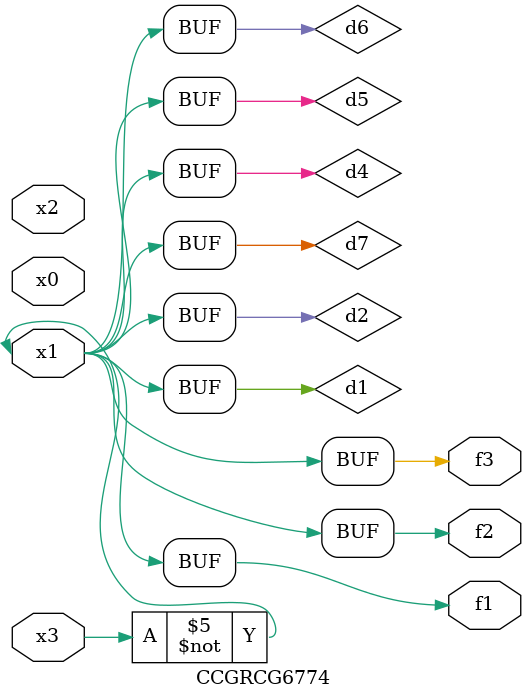
<source format=v>
module CCGRCG6774(
	input x0, x1, x2, x3,
	output f1, f2, f3
);

	wire d1, d2, d3, d4, d5, d6, d7;

	not (d1, x3);
	buf (d2, x1);
	xnor (d3, d1, d2);
	nor (d4, d1);
	buf (d5, d1, d2);
	buf (d6, d4, d5);
	nand (d7, d4);
	assign f1 = d6;
	assign f2 = d7;
	assign f3 = d6;
endmodule

</source>
